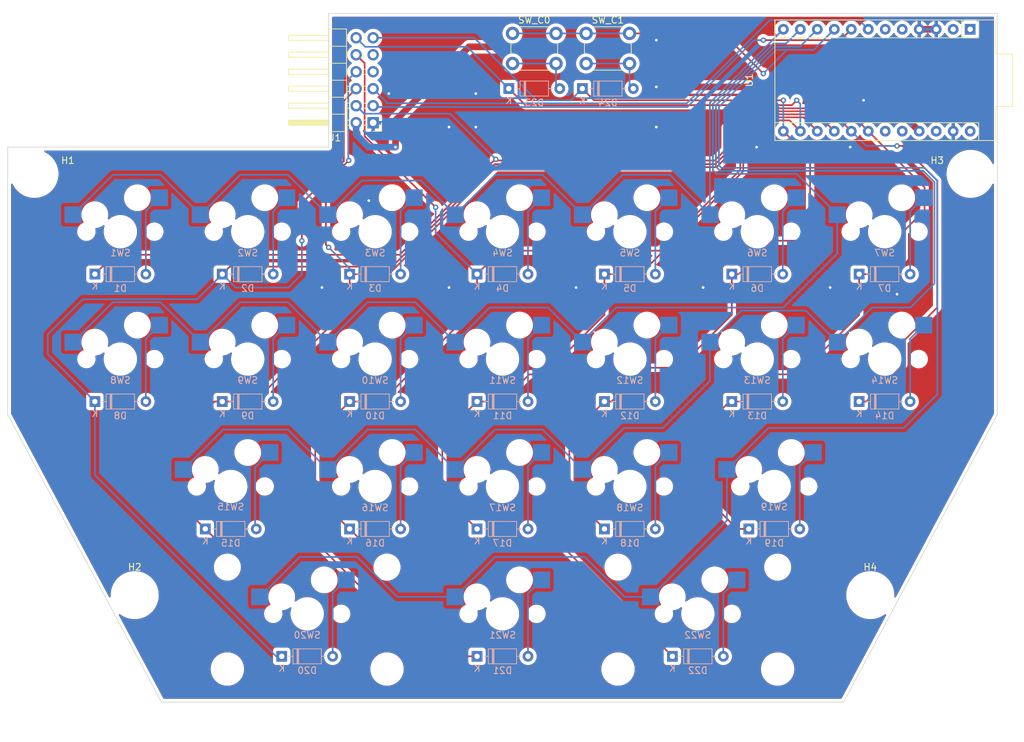
<source format=kicad_pcb>
(kicad_pcb (version 20211014) (generator pcbnew)
  (layers (0 "F.Cu" signal) (31 "B.Cu" signal) (34 "B.Paste" user) (35 "F.Paste" user) (36 "B.SilkS" user "B.Silkscreen") (37 "F.SilkS" user "F.Silkscreen") (38 "B.Mask" user) (39 "F.Mask" user) (44 "Edge.Cuts" user))
  (net 0 "")
  (net 1 "/Col0")
  (net 2 "Net-(D1-Pad2)")
  (net 3 "/Col1")
  (net 4 "Net-(D2-Pad2)")
  (net 5 "/Col2")
  (net 6 "Net-(D3-Pad2)")
  (net 7 "/Col3")
  (net 8 "Net-(D4-Pad2)")
  (net 9 "/Col4")
  (net 10 "Net-(D5-Pad2)")
  (net 11 "/Col5")
  (net 12 "Net-(D6-Pad2)")
  (net 13 "Net-(D7-Pad2)")
  (net 14 "Net-(D8-Pad2)")
  (net 15 "/Row0")
  (net 16 "/Row1")
  (net 17 "/Row2")
  (net 18 "/Row3")
  (net 19 "/Row4")
  (net 23 "/GND")
  (net 24 "/3.3v")
  (net 26 "Net-(D10-Pad2)")
  (net 27 "Net-(D11-Pad2)")
  (net 28 "Net-(D12-Pad2)")
  (net 29 "Net-(D13-Pad2)")
  (net 30 "Net-(D14-Pad2)")
  (net 31 "Net-(D15-Pad2)")
  (net 32 "Net-(D16-Pad2)")
  (net 33 "Net-(D17-Pad2)")
  (net 34 "Net-(D18-Pad2)")
  (net 35 "Net-(D19-Pad2)")
  (net 36 "Net-(D20-Pad2)")
  (net 37 "Net-(D24-Pad2)")
  (net 38 "Net-(D21-Pad2)")
  (net 39 "Net-(D9-Pad2)")
  (net 40 "Net-(D22-Pad2)")
  (net 43 "Net-(D23-Pad2)")
  (net 44 "/Row5")
  (footprint "MX_Only:MXOnly-2U-Hotswap" (layer "F.Cu") (at 59.79 104.8)
    (fp_text reference "SW20")
    (fp_text value "SW_Push")
  )
  (footprint "MountingHole:MountingHole_3.2mm_M3" (layer "F.Cu") (at 159 39)
    (fp_text reference "H3")
    (fp_text value "MountingHole")
  )
  (footprint "MountingHole:MountingHole_3.2mm_M3" (layer "F.Cu") (at 34 102)
    (fp_text reference "H2")
    (fp_text value "MountingHole")
  )
  (footprint "MX_Only:MXOnly-1U-Hotswap" (layer "F.Cu") (at 89 66.7)
    (fp_text reference "SW11")
    (fp_text value "SW_Push")
  )
  (footprint "Button_Switch_THT:SW_PUSH_6mm_H7.3mm" (layer "F.Cu") (at 90.5 18)
    (fp_text reference "SW_C0")
    (fp_text value "SW_Push")
  )
  (footprint "MX_Only:MXOnly-1U-Hotswap" (layer "F.Cu") (at 69.95 66.7)
    (fp_text reference "SW10")
    (fp_text value "SW_Push")
  )
  (footprint "MX_Only:MXOnly-1.25U-Hotswap" (layer "F.Cu") (at 48.36 85.75)
    (fp_text reference "SW15")
    (fp_text value "SW_Push")
  )
  (footprint "MX_Only:MXOnly-1U-Hotswap" (layer "F.Cu") (at 108.05 66.7)
    (fp_text reference "SW12")
    (fp_text value "SW_Push")
  )
  (footprint "MX_Only:MXOnly-1U-Hotswap" (layer "F.Cu") (at 69.95 85.75)
    (fp_text reference "SW16")
    (fp_text value "SW_Push")
  )
  (footprint "MX_Only:MXOnly-1U-Hotswap" (layer "F.Cu") (at 31.85 66.7)
    (fp_text reference "SW8")
    (fp_text value "SW_Push")
  )
  (footprint "MX_Only:MXOnly-1U-Hotswap" (layer "F.Cu") (at 50.9 66.7)
    (fp_text reference "SW9")
    (fp_text value "SW_Push")
  )
  (footprint "MX_Only:MXOnly-1U-Hotswap" (layer "F.Cu") (at 69.95 47.65)
    (fp_text reference "SW3")
    (fp_text value "SW_Push")
  )
  (footprint "MountingHole:MountingHole_3.2mm_M3" (layer "F.Cu") (at 19 39)
    (fp_text reference "H1")
    (fp_text value "MountingHole")
  )
  (footprint "MX_Only:MXOnly-1U-Hotswap" (layer "F.Cu") (at 31.85 47.65)
    (fp_text reference "SW1")
    (fp_text value "SW_Push")
  )
  (footprint "MX_Only:MXOnly-1U-Hotswap" (layer "F.Cu") (at 89 85.75)
    (fp_text reference "SW17")
    (fp_text value "SW_Push")
  )
  (footprint "MX_Only:MXOnly-1U-Hotswap" (layer "F.Cu") (at 108.05 47.65)
    (fp_text reference "SW5")
    (fp_text value "SW_Push")
  )
  (footprint "MX_Only:MXOnly-1U-Hotswap" (layer "F.Cu") (at 108.05 85.75)
    (fp_text reference "SW18")
    (fp_text value "SW_Push")
  )
  (footprint "MX_Only:MXOnly-1U-Hotswap" (layer "F.Cu") (at 127.1 47.65)
    (fp_text reference "SW6")
    (fp_text value "SW_Push")
  )
  (footprint "MX_Only:MXOnly-1U-Hotswap" (layer "F.Cu") (at 89 47.65)
    (fp_text reference "SW4")
    (fp_text value "SW_Push")
  )
  (footprint "MX_Only:MXOnly-2U-Hotswap" (layer "F.Cu") (at 118.21 104.8)
    (fp_text reference "SW22")
    (fp_text value "SW_Push")
  )
  (footprint "MX_Only:MXOnly-1U-Hotswap" (layer "F.Cu") (at 146.15 47.65)
    (fp_text reference "SW7")
    (fp_text value "SW_Push")
  )
  (footprint "Connector_PinHeader_2.54mm:PinHeader_2x06_P2.54mm_Horizontal" (layer "F.Cu") (at 69.65 31.35 180)
    (fp_text reference "J1")
    (fp_text value "Conn_02x06_Odd_Even")
  )
  (footprint "MountingHole:MountingHole_3.2mm_M3" (layer "F.Cu") (at 144 102)
    (fp_text reference "H4")
    (fp_text value "MountingHole")
  )
  (footprint "MX_Only:MXOnly-1U-Hotswap" (layer "F.Cu") (at 89 104.8)
    (fp_text reference "SW21")
    (fp_text value "SW_Push")
  )
  (footprint "MX_Only:MXOnly-1.25U-Hotswap" (layer "F.Cu") (at 129.64 85.75)
    (fp_text reference "SW19")
    (fp_text value "SW_Push")
  )
  (footprint "MX_Only:MXOnly-1U-Hotswap" (layer "F.Cu") (at 127.1 66.7)
    (fp_text reference "SW13")
    (fp_text value "SW_Push")
  )
  (footprint "Arduino:Sparkfun_Pro_Micro" (layer "F.Cu") (at 131 32.62 90)
    (fp_text reference "U1")
    (fp_text value "Sparkfun_Pro_Micro")
  )
  (footprint "Button_Switch_THT:SW_PUSH_6mm_H7.3mm" (layer "F.Cu") (at 101.5 18)
    (fp_text reference "SW_C1")
    (fp_text value "SW_Push")
  )
  (footprint "MX_Only:MXOnly-1U-Hotswap" (layer "F.Cu") (at 146.15 66.7)
    (fp_text reference "SW14")
    (fp_text value "SW_Push")
  )
  (footprint "MX_Only:MXOnly-1U-Hotswap" (layer "F.Cu") (at 50.9 47.65)
    (fp_text reference "SW2")
    (fp_text value "SW_Push")
  )
  (footprint "Diode_THT:D_DO-35_SOD27_P7.62mm_Horizontal" (layer "B.Cu") (at 28.04 54)
    (fp_text reference "D1")
    (fp_text value "1N4148")
  )
  (footprint "Diode_THT:D_DO-35_SOD27_P7.62mm_Horizontal" (layer "B.Cu") (at 85.19 92.1)
    (fp_text reference "D17")
    (fp_text value "1N4148")
  )
  (footprint "Diode_THT:D_DO-35_SOD27_P7.62mm_Horizontal" (layer "B.Cu") (at 85.19 54)
    (fp_text reference "D4")
    (fp_text value "1N4148")
  )
  (footprint "Diode_THT:D_DO-35_SOD27_P7.62mm_Horizontal" (layer "B.Cu") (at 104.24 54)
    (fp_text reference "D5")
    (fp_text value "1N4148")
  )
  (footprint "Diode_THT:D_DO-35_SOD27_P7.62mm_Horizontal" (layer "B.Cu") (at 100.94 26.25)
    (fp_text reference "D24")
    (fp_text value "1N4148")
  )
  (footprint "Diode_THT:D_DO-35_SOD27_P7.62mm_Horizontal" (layer "B.Cu") (at 47.09 54)
    (fp_text reference "D2")
    (fp_text value "1N4148")
  )
  (footprint "Diode_THT:D_DO-35_SOD27_P7.62mm_Horizontal" (layer "B.Cu") (at 28.04 73.05)
    (fp_text reference "D8")
    (fp_text value "1N4148")
  )
  (footprint "Diode_THT:D_DO-35_SOD27_P7.62mm_Horizontal" (layer "B.Cu") (at 66.14 92.1)
    (fp_text reference "D16")
    (fp_text value "1N4148")
  )
  (footprint "Diode_THT:D_DO-35_SOD27_P7.62mm_Horizontal" (layer "B.Cu") (at 123.29 73.05)
    (fp_text reference "D13")
    (fp_text value "1N4148")
  )
  (footprint "Diode_THT:D_DO-35_SOD27_P7.62mm_Horizontal" (layer "B.Cu") (at 123.29 54)
    (fp_text reference "D6")
    (fp_text value "1N4148")
  )
  (footprint "Diode_THT:D_DO-35_SOD27_P7.62mm_Horizontal" (layer "B.Cu") (at 142.34 54)
    (fp_text reference "D7")
    (fp_text value "1N4148")
  )
  (footprint "Diode_THT:D_DO-35_SOD27_P7.62mm_Horizontal" (layer "B.Cu") (at 125.83 92.1)
    (fp_text reference "D19")
    (fp_text value "1N4148")
  )
  (footprint "Diode_THT:D_DO-35_SOD27_P7.62mm_Horizontal" (layer "B.Cu") (at 104.24 92.1)
    (fp_text reference "D18")
    (fp_text value "1N4148")
  )
  (footprint "Diode_THT:D_DO-35_SOD27_P7.62mm_Horizontal" (layer "B.Cu") (at 47.09 73.05)
    (fp_text reference "D9")
    (fp_text value "1N4148")
  )
  (footprint "Diode_THT:D_DO-35_SOD27_P7.62mm_Horizontal" (layer "B.Cu") (at 89.94 26.25)
    (fp_text reference "D23")
    (fp_text value "1N4148")
  )
  (footprint "Diode_THT:D_DO-35_SOD27_P7.62mm_Horizontal" (layer "B.Cu") (at 85.19 111.15)
    (fp_text reference "D21")
    (fp_text value "1N4148")
  )
  (footprint "Diode_THT:D_DO-35_SOD27_P7.62mm_Horizontal" (layer "B.Cu") (at 142.34 73.05)
    (fp_text reference "D14")
    (fp_text value "1N4148")
  )
  (footprint "Diode_THT:D_DO-35_SOD27_P7.62mm_Horizontal" (layer "B.Cu") (at 55.98 111.15)
    (fp_text reference "D20")
    (fp_text value "1N4148")
  )
  (footprint "Diode_THT:D_DO-35_SOD27_P7.62mm_Horizontal" (layer "B.Cu") (at 66.14 54)
    (fp_text reference "D3")
    (fp_text value "1N4148")
  )
  (footprint "Diode_THT:D_DO-35_SOD27_P7.62mm_Horizontal" (layer "B.Cu") (at 85.19 73.05)
    (fp_text reference "D11")
    (fp_text value "1N4148")
  )
  (footprint "Diode_THT:D_DO-35_SOD27_P7.62mm_Horizontal" (layer "B.Cu") (at 104.24 73.05)
    (fp_text reference "D12")
    (fp_text value "1N4148")
  )
  (footprint "Diode_THT:D_DO-35_SOD27_P7.62mm_Horizontal" (layer "B.Cu") (at 44.55 92.1)
    (fp_text reference "D15")
    (fp_text value "1N4148")
  )
  (footprint "Diode_THT:D_DO-35_SOD27_P7.62mm_Horizontal" (layer "B.Cu") (at 114.4 111.15)
    (fp_text reference "D22")
    (fp_text value "1N4148")
  )
  (footprint "Diode_THT:D_DO-35_SOD27_P7.62mm_Horizontal" (layer "B.Cu") (at 66.14 73.05)
    (fp_text reference "D10")
    (fp_text value "1N4148")
  )
  (gr_line (start 15 35) (end 63 35) (layer "Edge.Cuts") (width 0.1))
  (gr_line (start 15 75) (end 38 118) (layer "Edge.Cuts") (width 0.1))
  (gr_line (start 163 75) (end 163 15) (layer "Edge.Cuts") (width 0.1))
  (gr_line (start 38 118) (end 140 118) (layer "Edge.Cuts") (width 0.1))
  (gr_line (start 63 35) (end 63 15) (layer "Edge.Cuts") (width 0.1))
  (gr_line (start 15 35) (end 15 75) (layer "Edge.Cuts") (width 0.1))
  (gr_line (start 140 118) (end 163 75) (layer "Edge.Cuts") (width 0.1))
  (gr_line (start 63 15) (end 163 15) (layer "Edge.Cuts") (width 0.1))
  (segment (start 122.363604 32.090812) (end 125.254416 29.2) (width 0.25) (layer "F.Cu") (net 1))
  (segment (start 73.627077 51.100131) (end 87.727208 37) (width 0.25) (layer "F.Cu") (net 1))
  (segment (start 124.1 92.1) (end 120 88) (width 0.25) (layer "F.Cu") (net 1))
  (segment (start 120 88) (end 120 76) (width 0.25) (layer "F.Cu") (net 1))
  (segment (start 123.29 73.05) (end 124.95 73.05) (width 0.25) (layer "F.Cu") (net 1))
  (segment (start 87.727208 37) (end 120.727208 37) (width 0.25) (layer "F.Cu") (net 1))
  (segment (start 124.95 73.05) (end 129.014465 68.985535) (width 0.25) (layer "F.Cu") (net 1))
  (segment (start 120.727208 37) (end 122.363604 35.363604) (width 0.25) (layer "F.Cu") (net 1))
  (segment (start 133.430001 68.985535) (end 142.34 60.075536) (width 0.25) (layer "F.Cu") (net 1))
  (segment (start 28.04 54) (end 30.939869 51.100131) (width 0.25) (layer "F.Cu") (net 1))
  (segment (start 152.118302 44.445001) (end 152.118302 41.038302) (width 0.25) (layer "F.Cu") (net 1))
  (segment (start 142.34 54) (end 146.500263 54) (width 0.25) (layer "F.Cu") (net 1))
  (segment (start 122.95 73.05) (end 123.29 73.05) (width 0.25) (layer "F.Cu") (net 1))
  (segment (start 142.34 60.075536) (end 142.34 54) (width 0.25) (layer "F.Cu") (net 1))
  (segment (start 149 51.500263) (end 149 47.563303) (width 0.25) (layer "F.Cu") (net 1))
  (segment (start 129.014465 68.985535) (end 133.430001 68.985535) (width 0.25) (layer "F.Cu") (net 1))
  (segment (start 30.939869 51.100131) (end 73.627077 51.100131) (width 0.25) (layer "F.Cu") (net 1))
  (segment (start 120 76) (end 122.95 73.05) (width 0.25) (layer "F.Cu") (net 1))
  (segment (start 125.83 92.1) (end 124.1 92.1) (width 0.25) (layer "F.Cu") (net 1))
  (segment (start 146.500263 54) (end 149 51.500263) (width 0.25) (layer "F.Cu") (net 1))
  (segment (start 125.254416 29.2) (end 140.28 29.2) (width 0.25) (layer "F.Cu") (net 1))
  (segment (start 149 47.563303) (end 152.118302 44.445001) (width 0.25) (layer "F.Cu") (net 1))
  (segment (start 152.118302 41.038302) (end 143.7 32.62) (width 0.25) (layer "F.Cu") (net 1))
  (segment (start 122.363604 35.363604) (end 122.363604 32.090812) (width 0.25) (layer "F.Cu") (net 1))
  (segment (start 140.28 29.2) (end 143.7 32.62) (width 0.25) (layer "F.Cu") (net 1))
  (via (at 88 36.8255) (size 0.8) (drill 0.4) (layers "F.Cu" "B.Cu") (net 1))
  (segment (start 67.11 28.81) (end 68.3 30) (width 0.25) (layer "B.Cu") (net 1))
  (segment (start 81.1745 30) (end 88 36.8255) (width 0.25) (layer "B.Cu") (net 1))
  (segment (start 68.3 30) (end 81.1745 30) (width 0.25) (layer "B.Cu") (net 1))
  (segment (start 37.692 42.57) (end 35.66 44.602) (width 0.25) (layer "B.Cu") (net 2))
  (segment (start 35.66 44.602) (end 35.66 54) (width 0.25) (layer "B.Cu") (net 2))
  (segment (start 142.34 73.05) (end 143.39 73.05) (width 0.25) (layer "F.Cu") (net 3))
  (segment (start 148.944465 67.495535) (end 148.944465 64.055535) (width 0.25) (layer "F.Cu") (net 3))
  (segment (start 59 43.363604) (end 59 49) (width 0.25) (layer "F.Cu") (net 3))
  (segment (start 87.813604 37.55) (end 120.813604 37.55) (width 0.25) (layer "F.Cu") (net 3))
  (segment (start 67.11 26.27) (end 65.275 28.105) (width 0.25) (layer "F.Cu") (net 3))
  (segment (start 72.488604 52.875) (end 87.813604 37.55) (width 0.25) (layer "F.Cu") (net 3))
  (segment (start 120.813604 37.55) (end 123.181802 35.181802) (width 0.25) (layer "F.Cu") (net 3))
  (segment (start 123.181802 35.181802) (end 123.181802 31.90901) (width 0.25) (layer "F.Cu") (net 3))
  (segment (start 154 40) (end 148.8255 34.8255) (width 0.25) (layer "F.Cu") (net 3))
  (segment (start 138.19 29.65) (end 141.16 32.62) (width 0.25) (layer "F.Cu") (net 3))
  (segment (start 154 59) (end 154 40) (width 0.25) (layer "F.Cu") (net 3))
  (segment (start 65.275 28.105) (end 65.275 37.088604) (width 0.25) (layer "F.Cu") (net 3))
  (segment (start 48.215 52.875) (end 72.488604 52.875) (width 0.25) (layer "F.Cu") (net 3))
  (segment (start 148.8255 34.8255) (end 148 34.8255) (width 0.25) (layer "F.Cu") (net 3))
  (segment (start 125.440812 29.65) (end 138.19 29.65) (width 0.25) (layer "F.Cu") (net 3))
  (segment (start 148.944465 64.055535) (end 154 59) (width 0.25) (layer "F.Cu") (net 3))
  (segment (start 47.09 54) (end 48.215 52.875) (width 0.25) (layer "F.Cu") (net 3))
  (segment (start 123.181802 31.90901) (end 125.440812 29.65) (width 0.25) (layer "F.Cu") (net 3))
  (segment (start 65.275 37.088604) (end 59 43.363604) (width 0.25) (layer "F.Cu") (net 3))
  (segment (start 143.39 73.05) (end 148.944465 67.495535) (width 0.25) (layer "F.Cu") (net 3))
  (via (at 148 34.8255) (size 0.8) (drill 0.4) (layers "F.Cu" "B.Cu") (net 3))
  (via (at 59 49) (size 0.8) (drill 0.4) (layers "F.Cu" "B.Cu") (net 3))
  (segment (start 143.3655 34.8255) (end 141.16 32.62) (width 0.25) (layer "B.Cu") (net 3))
  (segment (start 55.98 111.15) (end 55.15 111.15) (width 0.25) (layer "B.Cu") (net 3))
  (segment (start 148 34.8255) (end 143.3655 34.8255) (width 0.25) (layer "B.Cu") (net 3))
  (segment (start 28.04 84.04) (end 28.04 73.05) (width 0.25) (layer "B.Cu") (net 3))
  (segment (start 59 54) (end 57 56) (width 0.25) (layer "B.Cu") (net 3))
  (segment (start 49.09 56) (end 47.09 54) (width 0.25) (layer "B.Cu") (net 3))
  (segment (start 26.258302 57.741698) (end 43.348302 57.741698) (width 0.25) (layer "B.Cu") (net 3))
  (segment (start 21 63) (end 26.258302 57.741698) (width 0.25) (layer "B.Cu") (net 3))
  (segment (start 28.04 73.05) (end 28.04 73.04) (width 0.25) (layer "B.Cu") (net 3))
  (segment (start 57 56) (end 49.09 56) (width 0.25) (layer "B.Cu") (net 3))
  (segment (start 28.04 73.04) (end 21 66) (width 0.25) (layer "B.Cu") (net 3))
  (segment (start 21 66) (end 21 63) (width 0.25) (layer "B.Cu") (net 3))
  (segment (start 55.15 111.15) (end 28.04 84.04) (width 0.25) (layer "B.Cu") (net 3))
  (segment (start 43.348302 57.741698) (end 47.09 54) (width 0.25) (layer "B.Cu") (net 3))
  (segment (start 59 49) (end 59 54) (width 0.25) (layer "B.Cu") (net 3))
  (segment (start 56.742 42.57) (end 54.71 44.602) (width 0.25) (layer "B.Cu") (net 4))
  (segment (start 54.71 44.602) (end 54.71 54) (width 0.25) (layer "B.Cu") (net 4))
  (segment (start 72 54) (end 88 38) (width 0.25) (layer "F.Cu") (net 5))
  (segment (start 62.584465 40.415535) (end 62.584465 49.584465) (width 0.25) (layer "F.Cu") (net 5))
  (segment (start 45.95 73.05) (end 47.09 73.05) (width 0.25) (layer "F.Cu") (net 5))
  (segment (start 46.003601 93.553601) (end 44.55 92.1) (width 0.25) (layer "F.Cu") (net 5))
  (segment (start 85.19 111.15) (end 78.15 111.15) (width 0.25) (layer "F.Cu") (net 5))
  (segment (start 44.55 92.1) (end 38 85.55) (width 0.25) (layer "F.Cu") (net 5))
  (segment (start 51.95 73.05) (end 66.14 58.86) (width 0.25) (layer "F.Cu") (net 5))
  (segment (start 62.584465 49.584465) (end 63 50) (width 0.25) (layer "F.Cu") (net 5))
  (segment (start 38 81) (end 45.95 73.05) (width 0.25) (layer "F.Cu") (net 5))
  (segment (start 121 38) (end 124 35) (width 0.25) (layer "F.Cu") (net 5))
  (segment (start 125.627208 30.1) (end 136.1 30.1) (width 0.25) (layer "F.Cu") (net 5))
  (segment (start 38 85.55) (end 38 81) (width 0.25) (layer "F.Cu") (net 5))
  (segment (start 60.553601 93.553601) (end 46.003601 93.553601) (width 0.25) (layer "F.Cu") (net 5))
  (segment (start 88 38) (end 121 38) (width 0.25) (layer "F.Cu") (net 5))
  (segment (start 66.14 58.86) (end 66.14 54) (width 0.25) (layer "F.Cu") (net 5))
  (segment (start 136.1 30.1) (end 138.62 32.62) (width 0.25) (layer "F.Cu") (net 5))
  (segment (start 78.15 111.15) (end 60.553601 93.553601) (width 0.25) (layer "F.Cu") (net 5))
  (segment (start 124 35) (end 124 31.727208) (width 0.25) (layer "F.Cu") (net 5))
  (segment (start 66.14 54) (end 72 54) (width 0.25) (layer "F.Cu") (net 5))
  (segment (start 124 31.727208) (end 125.627208 30.1) (width 0.25) (layer "F.Cu") (net 5))
  (segment (start 47.09 73.05) (end 51.95 73.05) (width 0.25) (layer "F.Cu") (net 5))
  (segment (start 66 37) (end 62.584465 40.415535) (width 0.25) (layer "F.Cu") (net 5))
  (via (at 63 50) (size 0.8) (drill 0.4) (layers "F.Cu" "B.Cu") (net 5))
  (via (at 66 37) (size 0.8) (drill 0.4) (layers "F.Cu" "B.Cu") (net 5))
  (segment (start 66.14 53.14) (end 66.14 54) (width 0.25) (layer "B.Cu") (net 5))
  (segment (start 63 50) (end 66.14 53.14) (width 0.25) (layer "B.Cu") (net 5))
  (segment (start 65.935 24.905) (end 65.935 36.935) (width 0.25) (layer "B.Cu") (net 5))
  (segment (start 67.11 23.73) (end 65.935 24.905) (width 0.25) (layer "B.Cu") (net 5))
  (segment (start 65.935 36.935) (end 66 37) (width 0.25) (layer "B.Cu") (net 5))
  (segment (start 75.792 42.57) (end 73.76 44.602) (width 0.25) (layer "B.Cu") (net 6))
  (segment (start 73.76 44.602) (end 73.76 54) (width 0.25) (layer "B.Cu") (net 6))
  (segment (start 68.384278 22.464278) (end 68.384278 33.384278) (width 0.25) (layer "F.Cu") (net 7))
  (segment (start 66.1 92.1) (end 61 87) (width 0.25) (layer "F.Cu") (net 7))
  (segment (start 125.813604 30.55) (end 134.01 30.55) (width 0.25) (layer "F.Cu") (net 7))
  (segment (start 68.384278 33.384278) (end 79 44) (width 0.25) (layer "F.Cu") (net 7))
  (segment (start 114.4 111.15) (end 98.25 95) (width 0.25) (layer "F.Cu") (net 7))
  (segment (start 69.04 95) (end 66.14 92.1) (width 0.25) (layer "F.Cu") (net 7))
  (segment (start 124.55 31.813604) (end 125.813604 30.55) (width 0.25) (layer "F.Cu") (net 7))
  (segment (start 112.486016 50.486017) (end 124.55 38.422033) (width 0.25) (layer "F.Cu") (net 7))
  (segment (start 67.11 21.19) (end 68.384278 22.464278) (width 0.25) (layer "F.Cu") (net 7))
  (segment (start 88.703983 50.486017) (end 112.486016 50.486017) (width 0.25) (layer "F.Cu") (net 7))
  (segment (start 134.01 30.55) (end 136.08 32.62) (width 0.25) (layer "F.Cu") (net 7))
  (segment (start 98.25 95) (end 69.04 95) (width 0.25) (layer "F.Cu") (net 7))
  (segment (start 61 87) (end 61 78.19) (width 0.25) (layer "F.Cu") (net 7))
  (segment (start 70.95 73.05) (end 85.19 58.81) (width 0.25) (layer "F.Cu") (net 7))
  (segment (start 66.14 92.1) (end 66.1 92.1) (width 0.25) (layer "F.Cu") (net 7))
  (segment (start 61 78.19) (end 66.14 73.05) (width 0.25) (layer "F.Cu") (net 7))
  (segment (start 124.55 38.422033) (end 124.55 31.813604) (width 0.25) (layer "F.Cu") (net 7))
  (segment (start 66.14 73.05) (end 70.95 73.05) (width 0.25) (layer "F.Cu") (net 7))
  (segment (start 85.19 54) (end 88.703983 50.486017) (width 0.25) (layer "F.Cu") (net 7))
  (segment (start 85.19 58.81) (end 85.19 54) (width 0.25) (layer "F.Cu") (net 7))
  (via (at 79 44) (size 0.8) (drill 0.4) (layers "F.Cu" "B.Cu") (net 7))
  (segment (start 79 47.81) (end 85.19 54) (width 0.25) (layer "B.Cu") (net 7))
  (segment (start 79 44) (end 79 47.81) (width 0.25) (layer "B.Cu") (net 7))
  (segment (start 92.81 44.602) (end 92.81 54) (width 0.25) (layer "B.Cu") (net 8))
  (segment (start 94.842 42.57) (end 92.81 44.602) (width 0.25) (layer "B.Cu") (net 8))
  (segment (start 92.415 28.725) (end 132.275 28.725) (width 0.25) (layer "F.Cu") (net 9))
  (segment (start 95.330001 68.985535) (end 104.24 60.075536) (width 0.25) (layer "F.Cu") (net 9))
  (segment (start 80 86.91) (end 80 78.24) (width 0.25) (layer "F.Cu") (net 9))
  (segment (start 85.19 73.05) (end 88.95 73.05) (width 0.25) (layer "F.Cu") (net 9))
  (segment (start 104.24 54) (end 109.608429 54) (width 0.25) (layer "F.Cu") (net 9))
  (segment (start 85.19 92.1) (end 80 86.91) (width 0.25) (layer "F.Cu") (net 9))
  (segment (start 93.014465 68.985535) (end 95.330001 68.985535) (width 0.25) (layer "F.Cu") (net 9))
  (segment (start 109.608429 54) (end 125 38.608429) (width 0.25) (layer "F.Cu") (net 9))
  (segment (start 126 31) (end 131.92 31) (width 0.25) (layer "F.Cu") (net 9))
  (segment (start 89.94 26.25) (end 92.415 28.725) (width 0.25) (layer "F.Cu") (net 9))
  (segment (start 88.95 73.05) (end 93.014465 68.985535) (width 0.25) (layer "F.Cu") (net 9))
  (segment (start 104.24 60.075536) (end 104.24 54) (width 0.25) (layer "F.Cu") (net 9))
  (segment (start 125 38.608429) (end 125 32) (width 0.25) (layer "F.Cu") (net 9))
  (segment (start 125 32) (end 126 31) (width 0.25) (layer "F.Cu") (net 9))
  (segment (start 80 78.24) (end 85.19 73.05) (width 0.25) (layer "F.Cu") (net 9))
  (segment (start 131.92 31) (end 133.54 32.62) (width 0.25) (layer "F.Cu") (net 9))
  (segment (start 132.275 28.725) (end 133 28) (width 0.25) (layer "F.Cu") (net 9))
  (via (at 133 28) (size 0.8) (drill 0.4) (layers "F.Cu" "B.Cu") (net 9))
  (segment (start 133.54 28.54) (end 133.54 32.62) (width 0.25) (layer "B.Cu") (net 9))
  (segment (start 83.69 20) (end 89.94 26.25) (width 0.25) (layer "B.Cu") (net 9))
  (segment (start 68.46 20) (end 83.69 20) (width 0.25) (layer "B.Cu") (net 9))
  (segment (start 67.11 18.65) (end 68.46 20) (width 0.25) (layer "B.Cu") (net 9))
  (segment (start 133 28) (end 133.54 28.54) (width 0.25) (layer "B.Cu") (net 9))
  (segment (start 111.86 44.602) (end 111.86 54) (width 0.25) (layer "B.Cu") (net 10))
  (segment (start 113.892 42.57) (end 111.86 44.602) (width 0.25) (layer "B.Cu") (net 10))
  (segment (start 105.29 73.05) (end 110.34 68) (width 0.25) (layer "F.Cu") (net 11))
  (segment (start 100.94 26.25) (end 102.69 28) (width 0.25) (layer "F.Cu") (net 11))
  (segment (start 123.29 60.075536) (end 123.29 54) (width 0.25) (layer "F.Cu") (net 11))
  (segment (start 102.69 28) (end 131 28) (width 0.25) (layer "F.Cu") (net 11))
  (segment (start 124.34 54) (end 129.34 49) (width 0.25) (layer "F.Cu") (net 11))
  (segment (start 99 87) (end 99 78.29) (width 0.25) (layer "F.Cu") (net 11))
  (segment (start 115.365536 68) (end 123.29 60.075536) (width 0.25) (layer "F.Cu") (net 11))
  (segment (start 134.365536 49) (end 135 48.365536) (width 0.25) (layer "F.Cu") (net 11))
  (segment (start 99.14 87) (end 99 87) (width 0.25) (layer "F.Cu") (net 11))
  (segment (start 99 78.29) (end 104.24 73.05) (width 0.25) (layer "F.Cu") (net 11))
  (segment (start 135 36.62) (end 131 32.62) (width 0.25) (layer "F.Cu") (net 11))
  (segment (start 129.34 49) (end 134.365536 49) (width 0.25) (layer "F.Cu") (net 11))
  (segment (start 135 48.365536) (end 135 36.62) (width 0.25) (layer "F.Cu") (net 11))
  (segment (start 110.34 68) (end 115.365536 68) (width 0.25) (layer "F.Cu") (net 11))
  (segment (start 123.29 54) (end 124.34 54) (width 0.25) (layer "F.Cu") (net 11))
  (segment (start 104.24 73.05) (end 105.29 73.05) (width 0.25) (layer "F.Cu") (net 11))
  (segment (start 104.24 92.1) (end 99.14 87) (width 0.25) (layer "F.Cu") (net 11))
  (via (at 131 28) (size 0.8) (drill 0.4) (layers "F.Cu" "B.Cu") (net 11))
  (segment (start 131 28) (end 131 32.62) (width 0.25) (layer "B.Cu") (net 11))
  (segment (start 69.65 18.65) (end 84.776167 18.65) (width 0.25) (layer "B.Cu") (net 11))
  (segment (start 99.19 28) (end 100.94 26.25) (width 0.25) (layer "B.Cu") (net 11))
  (segment (start 94.126167 28) (end 99.19 28) (width 0.25) (layer "B.Cu") (net 11))
  (segment (start 84.776167 18.65) (end 94.126167 28) (width 0.25) (layer "B.Cu") (net 11))
  (segment (start 132.942 42.57) (end 130.91 44.602) (width 0.25) (layer "B.Cu") (net 12))
  (segment (start 130.91 44.602) (end 130.91 54) (width 0.25) (layer "B.Cu") (net 12))
  (segment (start 149.96 44.602) (end 149.96 54) (width 0.25) (layer "B.Cu") (net 13))
  (segment (start 151.992 42.57) (end 149.96 44.602) (width 0.25) (layer "B.Cu") (net 13))
  (segment (start 37.692 61.62) (end 35.66 63.652) (width 0.25) (layer "B.Cu") (net 14))
  (segment (start 35.66 63.652) (end 35.66 73.05) (width 0.25) (layer "B.Cu") (net 14))
  (segment (start 120.015 45.11) (end 120.015 28.365) (width 0.25) (layer "B.Cu") (net 15))
  (segment (start 100.99 45.11) (end 106.958302 39.141698) (width 0.25) (layer "B.Cu") (net 15))
  (segment (start 100.965 45.11) (end 100.99 45.11) (width 0.25) (layer "B.Cu") (net 15))
  (segment (start 81.915 45.11) (end 81.94 45.11) (width 0.25) (layer "B.Cu") (net 15))
  (segment (start 67.975 40) (end 76.805 40) (width 0.25) (layer "B.Cu") (net 15))
  (segment (start 56.896698 39.141698) (end 62.865 45.11) (width 0.25) (layer "B.Cu") (net 15))
  (segment (start 24.765 45.11) (end 30.733302 39.141698) (width 0.25) (layer "B.Cu") (net 15))
  (segment (start 49.783302 39.141698) (end 56.896698 39.141698) (width 0.25) (layer "B.Cu") (net 15))
  (segment (start 94.996698 39.141698) (end 100.965 45.11) (width 0.25) (layer "B.Cu") (net 15))
  (segment (start 114.046698 39.141698) (end 120.015 45.11) (width 0.25) (layer "B.Cu") (net 15))
  (segment (start 106.958302 39.141698) (end 114.046698 39.141698) (width 0.25) (layer "B.Cu") (net 15))
  (segment (start 43.815 45.11) (end 49.783302 39.141698) (width 0.25) (layer "B.Cu") (net 15))
  (segment (start 30.733302 39.141698) (end 37.846698 39.141698) (width 0.25) (layer "B.Cu") (net 15))
  (segment (start 37.846698 39.141698) (end 43.815 45.11) (width 0.25) (layer "B.Cu") (net 15))
  (segment (start 62.865 45.11) (end 67.975 40) (width 0.25) (layer "B.Cu") (net 15))
  (segment (start 120.015 28.365) (end 131 17.38) (width 0.25) (layer "B.Cu") (net 15))
  (segment (start 87.908302 39.141698) (end 94.996698 39.141698) (width 0.25) (layer "B.Cu") (net 15))
  (segment (start 76.805 40) (end 81.915 45.11) (width 0.25) (layer "B.Cu") (net 15))
  (segment (start 81.94 45.11) (end 87.908302 39.141698) (width 0.25) (layer "B.Cu") (net 15))
  (segment (start 100.965 64.035) (end 100.965 64.16) (width 0.25) (layer "B.Cu") (net 16))
  (segment (start 139.065 45.11) (end 139.065 50.935) (width 0.25) (layer "B.Cu") (net 16))
  (segment (start 131 59) (end 106 59) (width 0.25) (layer "B.Cu") (net 16))
  (segment (start 129.508198 19.508198) (end 131.411802 19.508198) (width 0.25) (layer "B.Cu") (net 16))
  (segment (start 43.815 64.16) (end 49.783302 58.191698) (width 0.25) (layer "B.Cu") (net 16))
  (segment (start 37.846698 58.191698) (end 43.815 64.16) (width 0.25) (layer "B.Cu") (net 16))
  (segment (start 30.733302 58.191698) (end 37.846698 58.191698) (width 0.25) (layer "B.Cu") (net 16))
  (segment (start 106 59) (end 100.965 64.035) (width 0.25) (layer "B.Cu") (net 16))
  (segment (start 139.065 45.065) (end 133 39) (width 0.25) (layer "B.Cu") (net 16))
  (segment (start 87.075 59) (end 81.915 64.16) (width 0.25) (layer "B.Cu") (net 16))
  (segment (start 75.946698 58.191698) (end 81.915 64.16) (width 0.25) (layer "B.Cu") (net 16))
  (segment (start 100.965 64.16) (end 95.805 59) (width 0.25) (layer "B.Cu") (net 16))
  (segment (start 139.065 45.11) (end 139.065 45.065) (width 0.25) (layer "B.Cu") (net 16))
  (segment (start 49.783302 58.191698) (end 56.896698 58.191698) (width 0.25) (layer "B.Cu") (net 16))
  (segment (start 121 39) (end 120.465 38.465) (width 0.25) (layer "B.Cu") (net 16))
  (segment (start 24.765 64.16) (end 30.733302 58.191698) (width 0.25) (layer "B.Cu") (net 16))
  (segment (start 68.833302 58.191698) (end 75.946698 58.191698) (width 0.25) (layer "B.Cu") (net 16))
  (segment (start 120.465 38.465) (end 120.465 28.551396) (width 0.25) (layer "B.Cu") (net 16))
  (segment (start 56.896698 58.191698) (end 62.865 64.16) (width 0.25) (layer "B.Cu") (net 16))
  (segment (start 133 39) (end 121 39) (width 0.25) (layer "B.Cu") (net 16))
  (segment (start 120.465 28.551396) (end 129.508198 19.508198) (width 0.25) (layer "B.Cu") (net 16))
  (segment (start 131.411802 19.508198) (end 133.54 17.38) (width 0.25) (layer "B.Cu") (net 16))
  (segment (start 139.065 50.935) (end 131 59) (width 0.25) (layer "B.Cu") (net 16))
  (segment (start 62.865 64.16) (end 68.833302 58.191698) (width 0.25) (layer "B.Cu") (net 16))
  (segment (start 95.805 59) (end 87.075 59) (width 0.25) (layer "B.Cu") (net 16))
  (segment (start 150 59) (end 153.592 55.408) (width 0.25) (layer "B.Cu") (net 17))
  (segment (start 107.175 77) (end 113 77) (width 0.25) (layer "B.Cu") (net 17))
  (segment (start 151.922792 38.55) (end 121.55 38.55) (width 0.25) (layer "B.Cu") (net 17))
  (segment (start 129.652792 20) (end 133.46 20) (width 0.25) (layer "B.Cu") (net 17))
  (segment (start 87.883302 77.241698) (end 94.996698 77.241698) (width 0.25) (layer "B.Cu") (net 17))
  (segment (start 81.915 83.21) (end 87.883302 77.241698) (width 0.25) (layer "B.Cu") (net 17))
  (segment (start 139.065 64.16) (end 139.09 64.16) (width 0.25) (layer "B.Cu") (net 17))
  (segment (start 153.592 40.219208) (end 151.922792 38.55) (width 0.25) (layer "B.Cu") (net 17))
  (segment (start 124.725 59.45) (end 134.355 59.45) (width 0.25) (layer "B.Cu") (net 17))
  (segment (start 144.25 59) (end 150 59) (width 0.25) (layer "B.Cu") (net 17))
  (segment (start 56.896698 77.241698) (end 62.865 83.21) (width 0.25) (layer "B.Cu") (net 17))
  (segment (start 68.833302 77.241698) (end 75.946698 77.241698) (width 0.25) (layer "B.Cu") (net 17))
  (segment (start 133.46 20) (end 136.08 17.38) (width 0.25) (layer "B.Cu") (net 17))
  (segment (start 62.865 83.21) (end 68.833302 77.241698) (width 0.25) (layer "B.Cu") (net 17))
  (segment (start 41.275 83.21) (end 47.243302 77.241698) (width 0.25) (layer "B.Cu") (net 17))
  (segment (start 100.965 83.21) (end 107.175 77) (width 0.25) (layer "B.Cu") (net 17))
  (segment (start 153.592 55.408) (end 153.592 40.219208) (width 0.25) (layer "B.Cu") (net 17))
  (segment (start 134.355 59.45) (end 139.065 64.16) (width 0.25) (layer "B.Cu") (net 17))
  (segment (start 139.09 64.16) (end 144.25 59) (width 0.25) (layer "B.Cu") (net 17))
  (segment (start 94.996698 77.241698) (end 100.965 83.21) (width 0.25) (layer "B.Cu") (net 17))
  (segment (start 113 77) (end 120.015 69.985) (width 0.25) (layer "B.Cu") (net 17))
  (segment (start 75.946698 77.241698) (end 81.915 83.21) (width 0.25) (layer "B.Cu") (net 17))
  (segment (start 120.915 37.915) (end 120.915 28.737792) (width 0.25) (layer "B.Cu") (net 17))
  (segment (start 120.015 69.985) (end 120.015 64.16) (width 0.25) (layer "B.Cu") (net 17))
  (segment (start 47.243302 77.241698) (end 56.896698 77.241698) (width 0.25) (layer "B.Cu") (net 17))
  (segment (start 120.915 28.737792) (end 129.652792 20) (width 0.25) (layer "B.Cu") (net 17))
  (segment (start 121.55 38.55) (end 120.915 37.915) (width 0.25) (layer "B.Cu") (net 17))
  (segment (start 120.015 64.16) (end 124.725 59.45) (width 0.25) (layer "B.Cu") (net 17))
  (segment (start 122 18) (end 128 24) (width 0.25) (layer "F.Cu") (net 18))
  (segment (start 108 18) (end 122 18) (width 0.25) (layer "F.Cu") (net 18))
  (via (at 128 24) (size 0.8) (drill 0.4) (layers "F.Cu" "B.Cu") (net 18))
  (segment (start 90.5 18) (end 97 18) (width 0.25) (layer "B.Cu") (net 18))
  (segment (start 135.45 20.45) (end 135.55 20.45) (width 0.25) (layer "B.Cu") (net 18))
  (segment (start 122.555 83.21) (end 128.765 77) (width 0.25) (layer "B.Cu") (net 18))
  (segment (start 128.765 77) (end 149 77) (width 0.25) (layer "B.Cu") (net 18))
  (segment (start 73.26 102.26) (end 81.915 102.26) (width 0.25) (layer "B.Cu") (net 18))
  (segment (start 121.365 37.728604) (end 121.365 29) (width 0.25) (layer "B.Cu") (net 18))
  (segment (start 135.55 20.45) (end 138.62 17.38) (width 0.25) (layer "B.Cu") (net 18))
  (segment (start 152.109188 38.1) (end 121.736396 38.1) (width 0.25) (layer "B.Cu") (net 18))
  (segment (start 121.365 29) (end 129.915 20.45) (width 0.25) (layer "B.Cu") (net 18))
  (segment (start 154.042 71.958) (end 154.042 40.032812) (width 0.25) (layer "B.Cu") (net 18))
  (segment (start 101.5 18) (end 108 18) (width 0.25) (layer "B.Cu") (net 18))
  (segment (start 81.915 102.26) (end 87.883302 96.291698) (width 0.25) (layer "B.Cu") (net 18))
  (segment (start 128 24) (end 131.55 20.45) (width 0.25) (layer "B.Cu") (net 18))
  (segment (start 154.042 40.032812) (end 152.109188 38.1) (width 0.25) (layer "B.Cu") (net 18))
  (segment (start 122.555 90.855) (end 122.555 83.21) (width 0.25) (layer "B.Cu") (net 18))
  (segment (start 111.15 102.26) (end 122.555 90.855) (width 0.25) (layer "B.Cu") (net 18))
  (segment (start 121.736396 38.1) (end 121.365 37.728604) (width 0.25) (layer "B.Cu") (net 18))
  (segment (start 149 77) (end 154.042 71.958) (width 0.25) (layer "B.Cu") (net 18))
  (segment (start 58.673302 96.291698) (end 67.291698 96.291698) (width 0.25) (layer "B.Cu") (net 18))
  (segment (start 52.705 102.26) (end 58.673302 96.291698) (width 0.25) (layer "B.Cu") (net 18))
  (segment (start 67.291698 96.291698) (end 73.26 102.26) (width 0.25) (layer "B.Cu") (net 18))
  (segment (start 131.55 20.45) (end 135.45 20.45) (width 0.25) (layer "B.Cu") (net 18))
  (segment (start 111.125 102.26) (end 111.15 102.26) (width 0.25) (layer "B.Cu") (net 18))
  (segment (start 101.291698 96.291698) (end 107.26 102.26) (width 0.25) (layer "B.Cu") (net 18))
  (segment (start 129.915 20.45) (end 135.45 20.45) (width 0.25) (layer "B.Cu") (net 18))
  (segment (start 107.26 102.26) (end 111.125 102.26) (width 0.25) (layer "B.Cu") (net 18))
  (segment (start 87.883302 96.291698) (end 101.291698 96.291698) (width 0.25) (layer "B.Cu") (net 18))
  (segment (start 97 18) (end 101.5 18) (width 0.25) (layer "B.Cu") (net 18))
  (segment (start 139.54 19) (end 141.16 17.38) (width 0.25) (layer "F.Cu") (net 19))
  (segment (start 128 19) (end 139.54 19) (width 0.25) (layer "F.Cu") (net 19))
  (via (at 128 19) (size 0.8) (drill 0.4) (layers "F.Cu" "B.Cu") (net 19))
  (segment (start 73 29) (end 116.636396 29) (width 0.25) (layer "B.Cu") (net 19))
  (segment (start 69.84 29) (end 73 29) (width 0.25) (layer "B.Cu") (net 19))
  (segment (start 116.636396 29) (end 125.818198 19.818198) (width 0.25) (layer "B.Cu") (net 19))
  (segment (start 126.636396 19) (end 128 19) (width 0.25) (layer "B.Cu") (net 19))
  (segment (start 69.65 28.81) (end 69.84 29) (width 0.25) (layer "B.Cu") (net 19))
  (segment (start 125.818198 19.818198) (end 126.636396 19) (width 0.25) (layer "B.Cu") (net 19))
  (segment (start 151.32 17.38) (end 153.86 17.38) (width 1) (layer "F.Cu") (net 23))
  (via (at 69 43) (size 0.8) (drill 0.4) (layers "F.Cu" "B.Cu") (net 23))
  (via (at 100 56) (size 0.8) (drill 0.4) (layers "F.Cu" "B.Cu") (net 23))
  (via (at 62 56) (size 0.8) (drill 0.4) (layers "F.Cu" "B.Cu") (net 23))
  (via (at 112 19) (size 0.8) (drill 0.4) (layers "F.Cu" "B.Cu") (net 23))
  (via (at 138 56) (size 0.8) (drill 0.4) (layers "F.Cu" "B.Cu") (net 23))
  (via (at 148 57) (size 0.8) (drill 0.4) (layers "F.Cu" "B.Cu") (net 23))
  (via (at 81 56) (size 0.8) (drill 0.4) (layers "F.Cu" "B.Cu") (net 23))
  (via (at 81 32) (size 0.8) (drill 0.4) (layers "F.Cu" "B.Cu") (net 23))
  (via (at 112 32) (size 0.8) (drill 0.4) (layers "F.Cu" "B.Cu") (net 23))
  (via (at 127 35) (size 0.8) (drill 0.4) (layers "F.Cu" "B.Cu") (net 23))
  (via (at 112 26) (size 0.8) (drill 0.4) (layers "F.Cu" "B.Cu") (net 23))
  (via (at 143 28) (size 0.8) (drill 0.4) (layers "F.Cu" "B.Cu") (net 23))
  (via (at 72 27) (size 0.8) (drill 0.4) (layers "F.Cu" "B.Cu") (net 23))
  (via (at 85 27) (size 0.8) (drill 0.4) (layers "F.Cu" "B.Cu") (net 23))
  (via (at 141 35) (size 0.8) (drill 0.4) (layers "F.Cu" "B.Cu") (net 23))
  (via (at 119 56) (size 0.8) (drill 0.4) (layers "F.Cu" "B.Cu") (net 23))
  (via (at 85 32) (size 0.8) (drill 0.4) (layers "F.Cu" "B.Cu") (net 23))
  (segment (start 111 21) (end 110 20) (width 1) (layer "F.Cu") (net 24))
  (segment (start 116 26) (end 111 21) (width 1) (layer "F.Cu") (net 24))
  (segment (start 144.7 26) (end 128 26) (width 1) (layer "F.Cu") (net 24))
  (segment (start 151.32 32.62) (end 144.7 26) (width 1) (layer "F.Cu") (net 24))
  (segment (start 128 26) (end 116 26) (width 1) (layer "F.Cu") (net 24))
  (segment (start 84 20) (end 73 31) (width 1) (layer "F.Cu") (net 24))
  (segment (start 110 20) (end 84 20) (width 1) (layer "F.Cu") (net 24))
  (segment (start 73 31) (end 73 35) (width 1) (layer "F.Cu") (net 24))
  (via (at 73 35) (size 0.8) (drill 0.4) (layers "F.Cu" "B.Cu") (net 24))
  (segment (start 67.11 33.11) (end 67.11 31.35) (width 1) (layer "B.Cu") (net 24))
  (segment (start 73 35) (end 69 35) (width 1) (layer "B.Cu") (net 24))
  (segment (start 69 35) (end 67.11 33.11) (width 1) (layer "B.Cu") (net 24))
  (segment (start 75.792 61.62) (end 73.76 63.652) (width 0.25) (layer "B.Cu") (net 26))
  (segment (start 73.76 63.652) (end 73.76 73.05) (width 0.25) (layer "B.Cu") (net 26))
  (segment (start 92.81 63.652) (end 92.81 73.05) (width 0.25) (layer "B.Cu") (net 27))
  (segment (start 94.842 61.62) (end 92.81 63.652) (width 0.25) (layer "B.Cu") (net 27))
  (segment (start 113.892 61.62) (end 111.86 63.652) (width 0.25) (layer "B.Cu") (net 28))
  (segment (start 111.86 63.652) (end 111.86 73.05) (width 0.25) (layer "B.Cu") (net 28))
  (segment (start 130.91 63.652) (end 130.91 73.05) (width 0.25) (layer "B.Cu") (net 29))
  (segment (start 132.942 61.62) (end 130.91 63.652) (width 0.25) (layer "B.Cu") (net 29))
  (segment (start 151.992 61.62) (end 149.96 63.652) (width 0.25) (layer "B.Cu") (net 30))
  (segment (start 149.96 63.652) (end 149.96 73.05) (width 0.25) (layer "B.Cu") (net 30))
  (segment (start 52 82.872) (end 52 91.93) (width 0.25) (layer "B.Cu") (net 31))
  (segment (start 52 91.93) (end 52.17 92.1) (width 0.25) (layer "B.Cu") (net 31))
  (segment (start 54.202 80.67) (end 52 82.872) (width 0.25) (layer "B.Cu") (net 31))
  (segment (start 75.792 80.67) (end 73.76 82.702) (width 0.25) (layer "B.Cu") (net 32))
  (segment (start 73.76 82.702) (end 73.76 92.1) (width 0.25) (layer "B.Cu") (net 32))
  (segment (start 94.842 80.67) (end 92.81 82.702) (width 0.25) (layer "B.Cu") (net 33))
  (segment (start 92.81 82.702) (end 92.81 92.1) (width 0.25) (layer "B.Cu") (net 33))
  (segment (start 111.86 82.702) (end 111.86 92.1) (width 0.25) (layer "B.Cu") (net 34))
  (segment (start 113.892 80.67) (end 111.86 82.702) (width 0.25) (layer "B.Cu") (net 34))
  (segment (start 135.482 80.67) (end 133.45 82.702) (width 0.25) (layer "B.Cu") (net 35))
  (segment (start 133.45 82.702) (end 133.45 92.1) (width 0.25) (layer "B.Cu") (net 35))
  (segment (start 65.632 99.72) (end 65.607 99.72) (width 0.25) (layer "B.Cu") (net 36))
  (segment (start 63.6 101.727) (end 63.6 111.15) (width 0.25) (layer "B.Cu") (net 36))
  (segment (start 65.607 99.72) (end 63.6 101.727) (width 0.25) (layer "B.Cu") (net 36))
  (segment (start 108 25.69) (end 108.56 26.25) (width 0.25) (layer "B.Cu") (net 37))
  (segment (start 108 22.5) (end 108 25.69) (width 0.25) (layer "B.Cu") (net 37))
  (segment (start 101.5 22.5) (end 108 22.5) (width 0.25) (layer "B.Cu") (net 37))
  (segment (start 94.842 99.72) (end 92.81 101.752) (width 0.25) (layer "B.Cu") (net 38))
  (segment (start 92.81 101.752) (end 92.81 111.15) (width 0.25) (layer "B.Cu") (net 38))
  (segment (start 56.742 61.62) (end 54.71 63.652) (width 0.25) (layer "B.Cu") (net 39))
  (segment (start 54.71 63.652) (end 54.71 73.05) (width 0.25) (layer "B.Cu") (net 39))
  (segment (start 122.02 101.752) (end 122.02 111.15) (width 0.25) (layer "B.Cu") (net 40))
  (segment (start 124.052 99.72) (end 122.02 101.752) (width 0.25) (layer "B.Cu") (net 40))
  (segment (start 97 22.5) (end 97 25.69) (width 0.25) (layer "B.Cu") (net 43))
  (segment (start 97 25.69) (end 97.56 26.25) (width 0.25) (layer "B.Cu") (net 43))
  (segment (start 90.5 22.5) (end 97 22.5) (width 0.25) (layer "B.Cu") (net 43))
  (segment (start 116.55 28.45) (end 129 16) (width 0.25) (layer "B.Cu") (net 44))
  (segment (start 69.65 26.27) (end 71.83 28.45) (width 0.25) (layer "B.Cu") (net 44))
  (segment (start 129 16) (end 142.32 16) (width 0.25) (layer "B.Cu") (net 44))
  (segment (start 142.32 16) (end 143.7 17.38) (width 0.25) (layer "B.Cu") (net 44))
  (segment (start 71.83 28.45) (end 116.55 28.45) (width 0.25) (layer "B.Cu") (net 44))
  (zone (net 23) (net_name "/GND") (layers F&B.Cu) (connect_pads (clearance 0.508)) (min_thickness 0.254) (fill yes (thermal_gap 0.508) (thermal_bridge_width 0.508))
    (polygon (pts (xy 167 124) (xy 14 124) (xy 14 13) (xy 167 13)))
  )
)
</source>
